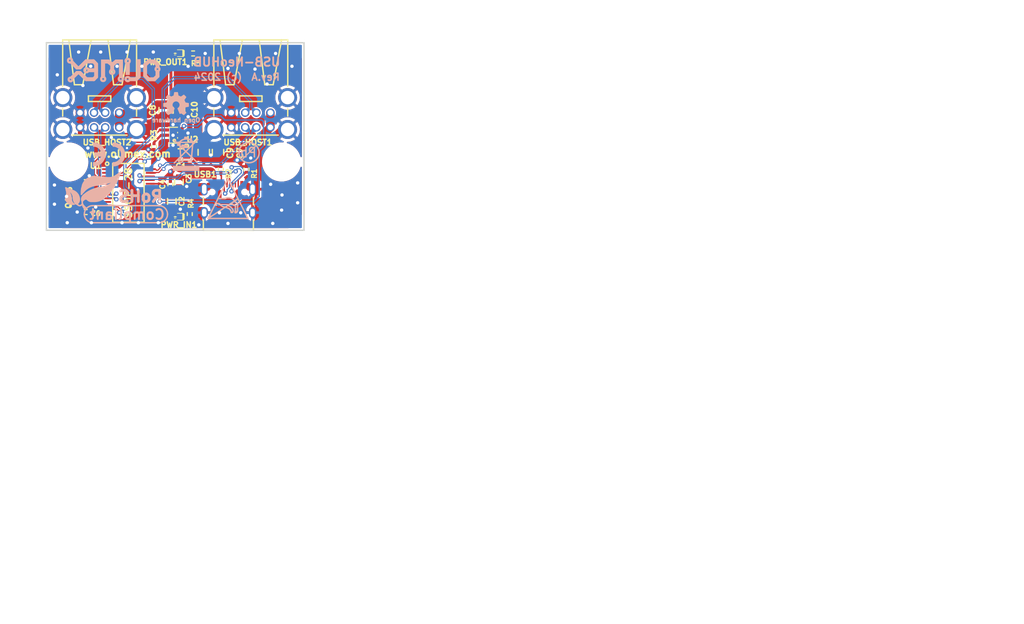
<source format=kicad_pcb>
(kicad_pcb (version 20221018) (generator pcbnew)
  (title_block (title "USB-NeoHUB") (date "2024-01-26") (rev "A") (company "OLIMEX LTD.") (comment 1 "www.olimex.com"))
  (layers (0 "F.Cu" signal) (31 "B.Cu" signal) (34 "B.Paste" user) (35 "F.Paste" user) (36 "B.SilkS" user "B.Silkscreen") (37 "F.SilkS" user "F.Silkscreen") (38 "B.Mask" user) (39 "F.Mask" user) (44 "Edge.Cuts" user))
  (net 0 "")
  (net 1 "+5V_USB")
  (net 2 "GND")
  (net 3 "Net-(U1-VDD33)")
  (net 4 "Net-(U1-XI)")
  (net 5 "Net-(U1-XO)")
  (net 6 "/+5V_USB_HOST")
  (net 11 "Net-(USB1-CC2)")
  (net 12 "Net-(USB1-CC1)")
  (net 13 "Net-(U2-ISET)")
  (net 15 "/USB_D2-")
  (net 16 "/USB_D2+")
  (net 17 "/PWREN#")
  (net 19 "/USB_D3-")
  (net 20 "/USB_D3+")
  (net 22 "/USB_D4-")
  (net 23 "/USB_D4+")
  (net 31 "/OVCUR#")
  (net 33 "/USB_D-")
  (net 34 "/USB_D+")
  (net 35 "/USB_D1-")
  (net 36 "/USB_D1+")
  (net 39 "Net-(PWR_IN1-K)")
  (net 40 "Net-(PWR_OUT1-K)")
  (footprint "OLIMEX_IC-FP:SOT23-6" (layer "F.Cu") (at 120.1119 93.726)
    (fp_text reference "U2")
    (fp_text value "CH217K(SOT23-6L)")
  )
  (footprint "OLIMEX_Other-FP:Mounting_Hole_Drill-3.3mm_Clerance-7mm" (layer "F.Cu") (at 139.5 98.5)
    (fp_text reference "MH2" hide)
    (fp_text value "Mounting_Hole_NPTH" hide)
  )
  (footprint "OLIMEX_RLC-FP:R_0402_5MIL_DWS" (layer "F.Cu") (at 123.698 79.121)
    (fp_text reference "R5")
    (fp_text value "5.1k/1%/R0402")
  )
  (footprint "OLIMEX_RLC-FP:R_0402_5MIL_DWS" (layer "F.Cu") (at 116.713 95.758 90)
    (fp_text reference "R3")
    (fp_text value "30.1k/1%/R0402")
  )
  (footprint "OLIMEX_RLC-FP:C_0402_5MIL_DWS" (layer "F.Cu") (at 119.634 102.489 90)
    (fp_text reference "C4")
    (fp_text value "100nF/10V/10%/X7R/C0402")
  )
  (footprint "OLIMEX_Other-FP:Fiducial1x3_Paste" (layer "F.Cu") (at 141.9 109.1)
    (fp_text reference "FID4" hide)
    (fp_text value "Fiducial" hide)
  )
  (footprint "OLIMEX_Connectors-FP:USB_TWO_LEVEL" (layer "F.Cu") (at 134 89.7 180)
    (fp_text reference "USB_HOST1")
    (fp_text value "USBB1-FRWH-4A(USB-Ax2)")
  )
  (footprint "OLIMEX_RLC-FP:R_0402_5MIL_DWS" (layer "F.Cu") (at 133.223 99.822 -90)
    (fp_text reference "R1")
    (fp_text value "5.1k/1%/R0402")
  )
  (footprint "OLIMEX_RLC-FP:R_0402_5MIL_DWS" (layer "F.Cu") (at 128.651 99.822 -90)
    (fp_text reference "R2")
    (fp_text value "5.1k/1%/R0402")
  )
  (footprint "OLIMEX_IC-FP:SSOP28" (layer "F.Cu") (at 112.141 104.013 -90)
    (fp_text reference "U1")
    (fp_text value "CH334S(SSOP-28)")
  )
  (footprint "OLIMEX_Connectors-FP:USB2.0_TYPE-C(A40-00119-A52-12)_Paste" (layer "F.Cu") (at 130 106.4 -90)
    (fp_text reference "USB1")
    (fp_text value "USB-C-16P-F(A40-00119-A52-12)")
  )
  (footprint "OLIMEX_Connectors-FP:USB_TWO_LEVEL" (layer "F.Cu") (at 107 89.7 180)
    (fp_text reference "USB_HOST2")
    (fp_text value "USBB1-FRWH-4A(USB-Ax2)")
  )
  (footprint "OLIMEX_Other-FP:Fiducial1x3" (layer "F.Cu") (at 99.1 109.1)
    (fp_text reference "FID2" hide)
    (fp_text value "Fiducial" hide)
  )
  (footprint "OLIMEX_LEDs-FP:LED_0603_KA" (layer "F.Cu") (at 120.5 79.1 180)
    (fp_text reference "PWR_OUT1")
    (fp_text value "LED/GREEN/0603")
  )
  (footprint "OLIMEX_RLC-FP:C_0805_5MIL_DWS" (layer "F.Cu") (at 128.143 96.774 90)
    (fp_text reference "C7")
    (fp_text value "NA(47uF/6.3V/20%/X5R/C0805)")
  )
  (footprint "OLIMEX_RLC-FP:R_0402_5MIL_DWS" (layer "F.Cu") (at 123.1 107.8 90)
    (fp_text reference "R4")
    (fp_text value "5.1k/1%/R0402")
  )
  (footprint "OLIMEX_Other-FP:Fiducial1x3" (layer "F.Cu") (at 141.9 78.8)
    (fp_text reference "FID1" hide)
    (fp_text value "Fiducial" hide)
  )
  (footprint "OLIMEX_RLC-FP:C_0805_5MIL_DWS" (layer "F.Cu") (at 118.618 89.281 90)
    (fp_text reference "C8")
    (fp_text value "NA(47uF/6.3V/20%/X5R/C0805)")
  )
  (footprint "OLIMEX_RLC-FP:C_0603_5MIL_DWS" (layer "F.Cu") (at 121.158 102.108 90)
    (fp_text reference "C3")
    (fp_text value "10uF/6.3V/20%/X5R/C0603")
  )
  (footprint "OLIMEX_Other-FP:Mounting_Hole_Drill-3.3mm_Clerance-7mm" (layer "F.Cu") (at 101.5 98.5)
    (fp_text reference "MH1" hide)
    (fp_text value "Mounting_Hole_NPTH" hide)
  )
  (footprint "OLIMEX_RLC-FP:C_0402_5MIL_DWS" (layer "F.Cu") (at 104.521 102.108)
    (fp_text reference "C5")
    (fp_text value "NA(27pF/50V/5%/C0G/C0402)")
  )
  (footprint "OLIMEX_Crystal-FP:TSX-3.2x2.5mm_GND(3)" (layer "F.Cu") (at 103.886 104.775 -90)
    (fp_text reference "Q1")
    (fp_text value "Q12MHz/20pF/10ppm/4P/3.2x2.5mm")
  )
  (footprint "OLIMEX_RLC-FP:C_0805_5MIL_DWS" (layer "F.Cu") (at 121.539 97.155)
    (fp_text reference "C1")
    (fp_text value "47uF/6.3V/20%/X5R/C0805")
  )
  (footprint "OLIMEX_RLC-FP:C_0805_5MIL_DWS" (layer "F.Cu") (at 125.603 96.774 90)
    (fp_text reference "C9")
    (fp_text value "47uF/6.3V/20%/X5R/C0805")
  )
  (footprint "OLIMEX_RLC-FP:C_0402_5MIL_DWS" (layer "F.Cu") (at 104.521 107.442 180)
    (fp_text reference "C6")
    (fp_text value "NA(27pF/50V/5%/C0G/C0402)")
  )
  (footprint "OLIMEX_RLC-FP:C_0805_5MIL_DWS" (layer "F.Cu") (at 121.158 89.281 90)
    (fp_text reference "C10")
    (fp_text value "47uF/6.3V/20%/X5R/C0805")
  )
  (footprint "OLIMEX_RLC-FP:C_0603_5MIL_DWS" (layer "F.Cu") (at 119.888 105.537 -90)
    (fp_text reference "C2")
    (fp_text value "1uF/10V/20%/X5R/C0603")
  )
  (footprint "OLIMEX_LEDs-FP:LED_0603_KA" (layer "F.Cu") (at 120.5 108.3 180)
    (fp_text reference "PWR_IN1")
    (fp_text value "LED/GREEN/0603")
  )
  (footprint "OLIMEX_Other-FP:Fiducial1x3_Paste" (layer "F.Cu") (at 99.1 78.8)
    (fp_text reference "FID3" hide)
    (fp_text value "Fiducial" hide)
  )
  (footprint "OLIMEX_Signs-FP:Sign_RoHS_1" (layer "B.Cu") (at 118.11 108.712 180)
    (fp_text reference "Sign_RoHS_1" hide)
    (fp_text value "Sign_RoHS_1" hide)
  )
  (footprint "OLIMEX_Signs-FP:Sign_RecycleBin_1" (layer "B.Cu") (at 124.7775 100.078 180)
    (fp_text reference "Sign_RecycleBin_1" hide)
    (fp_text value "Sign_RecycleBin_1" hide)
  )
  (footprint "OLIMEX_Signs-FP:Sign_OSHW_7.3x6.0mmn" (layer "B.Cu") (at 120.65 88.773 180)
    (fp_text reference "Sign_OSHW_7.3x6.0mm" hide)
    (fp_text value "Sign_OSHW_7.3x6.0mm" hide)
  )
  (footprint "OLIMEX_Signs-FP:Logo_OLIMEX_TB" (layer "B.Cu") (at 109.347 82.042 180)
    (fp_text reference "Logo_OLIMEX_TB" hide)
    (fp_text value "Logo_OLIMEX_TB" hide)
  )
  (footprint "OLIMEX_Signs-FP:CE_Sign" (layer "B.Cu") (at 107.696 97.155 180)
    (fp_text reference "Sign_CE" hide)
    (fp_text value "CE_Sign" hide)
  )
  (footprint "OLIMEX_Signs-FP:Sign_Antistatic" (layer "B.Cu") (at 133.477 108.585 180)
    (fp_text reference "Sign_Antistatic" hide)
    (fp_text value "Sign_Antistatic" hide)
  )
  (footprint "OLIMEX_Signs-FP:Sign_PB-Free" (layer "B.Cu") (at 133.477 97.155 180)
    (fp_text reference "Sign_PB-Free" hide)
    (fp_text value "Sign_PB-Free")
  )
  (gr_line (start 143.5 77.2) (end 97.5 77.2) (stroke (width 0.254)) (layer "Edge.Cuts"))
  (gr_line (start 97.5 77.2) (end 97.5 110.7) (stroke (width 0.254)) (layer "Edge.Cuts"))
  (gr_line (start 143.5 77.2) (end 143.5 110.7) (stroke (width 0.254)) (layer "Edge.Cuts"))
  (gr_line (start 143.5 110.7) (end 97.5 110.7) (stroke (width 0.254)) (layer "Edge.Cuts"))
  (gr_text "(c) 2024" (at 132.588 84.074) (layer "B.SilkS") (effects (font (size 1.27 1.27) (thickness 0.254) bold) (justify left bottom mirror)))
  (gr_text "Rev.A" (at 139.319 84.074) (layer "B.SilkS") (effects (font (size 1.27 1.27) (thickness 0.254) bold) (justify left bottom mirror)))
  (gr_text "USB-NeoHUB" (at 139.446 81.534) (layer "B.SilkS") (effects (font (size 1.524 1.524) (thickness 0.3175) bold) (justify left bottom mirror)))
  (gr_text "www.olimex.com" (at 104.14 97.79) (layer "F.SilkS") (effects (font (size 1.27 1.27) (thickness 0.3048) bold) (justify left bottom)))
  (segment (start 117.094 103.038) (end 117.4594 103.4034) (width 0.3048) (layer "F.Cu") (net 1))
  (segment (start 118.872 104.7496) (end 118.872 107.696) (width 0.254) (layer "F.Cu") (net 1))
  (segment (start 117.4594 103.4034) (end 117.729 103.4034) (width 0.3048) (layer "F.Cu") (net 1))
  (segment (start 127.725 102.468) (end 127.725 103.214) (width 0.3048) (layer "F.Cu") (net 1))
  (segment (start 127.475 102.468) (end 127.475 101.5746) (width 0.3048) (layer "F.Cu") (net 1))
  (segment (start 118.9736 104.648) (end 119.888 104.648) (width 1.016) (layer "F.Cu") (net 1))
  (segment (start 127.725 100.674) (end 127.508 100.457) (width 0.3048) (layer "F.Cu") (net 1))
  (segment (start 127.725 103.214) (end 128.143 103.632) (width 0.3302) (layer "F.Cu") (net 1))
  (segment (start 127.4064 101.5746) (end 126.746 100.9142) (width 0.3048) (layer "F.Cu") (net 1))
  (segment (start 131.699 103.886) (end 131.699 104.902) (width 1.016) (layer "F.Cu") (net 1))
  (segment (start 122.555 99.314) (end 123.698 100.457) (width 2.032) (layer "F.Cu") (net 1))
  (segment (start 123.19 104.648) (end 124.079 105.537) (width 1.016) (layer "F.Cu") (net 1))
  (segment (start 132.275 102.468) (end 132.275 103.2084) (width 0.3048) (layer "F.Cu") (net 1))
  (segment (start 118.2624 96.1644) (end 118.2624 96.0374) (width 1.524) (layer "F.Cu") (net 1))
  (segment (start 118.9736 104.648) (end 118.872 104.7496) (width 0.254) (layer "F.Cu") (net 1))
  (segment (start 118.8466 96.0374) (end 118.2624 96.0374) (width 0.508) (layer "F.Cu") (net 1))
  (segment (start 127.475 103.200079) (end 128.160921 103.886) (width 0.254) (layer "F.Cu") (net 1))
  (segment (start 118.7958 96.7232) (end 118.7958 96.6978) (width 1.524) (layer "F.Cu") (net 1))
  (segment (start 131.064 105.537) (end 128.27 105.537) (width 1.016) (layer "F.Cu") (net 1))
  (segment (start 118.7958 96.7232) (end 121.3866 99.314) (width 2.032) (layer "F.Cu") (net 1))
  (segment (start 128.160921 103.886) (end 128.27 103.886) (width 0.254) (layer "F.Cu") (net 1))
  (segment (start 121.3866 99.314) (end 122.555 99.314) (width 2.032) (layer "F.Cu") (net 1))
  (segment (start 132.275 103.2084) (end 131.699 103.7844) (width 0.3302) (layer "F.Cu") (net 1))
  (segment (start 117.094 103.038) (end 116.041 103.038) (width 0.3048) (layer "F.Cu") (net 1))
  (segment (start 131.839079 103.886) (end 131.699 103.886) (width 0.254) (layer "F.Cu") (net 1))
  (segment (start 117.094 103.038) (end 117.8462 103.038) (width 0.3048) (layer "F.Cu") (net 1))
  (segment (start 118.9736 104.648) (end 117.729 103.4034) (width 1.016) (layer "F.Cu") (net 1))
  (segment (start 127.508 100.457) (end 126.746 100.457) (width 0.3048) (layer "F.Cu") (net 1))
  (segment (start 118.2624 96.0374) (end 118.2624 95.1738) (width 1.524) (layer "F.Cu") (net 1))
  (segment (start 118.9736 104.1654) (end 118.9736 104.648) (width 0.3048) (layer "F.Cu") (net 1))
  (segment (start 126.746 100.9142) (end 126.746 100.457) (width 0.3048) (layer "F.Cu") (net 1))
  (segment (start 118.999 95.885) (end 118.8466 96.0374) (width 0.508) (layer "F.Cu") (net 1))
  (segment (start 127.475 101.5746) (end 127.4064 101.5746) (width 0.3048) (layer "F.Cu") (net 1))
  (segment (start 127.725 102.468) (end 127.725 100.674) (width 0.3048) (layer "F.Cu") (net 1))
  (segment (start 117.729 103.4034) (end 117.729 103.378) (width 0.3048) (layer "F.Cu") (net 1))
  (segment (start 119.476 108.3) (end 118.872 107.696) (width 0.4064) (layer "F.Cu") (net 1))
  (segment (start 128.27 105.537) (end 128.27 103.886) (width 1.016) (layer "F.Cu") (net 1))
  (segment (start 118.999 94.8632) (end 118.999 95.885) (width 0.508) (layer "F.Cu") (net 1))
  (segment (start 118.7958 96.6978) (end 118.2624 96.1644) (width 1.524) (layer "F.Cu") (net 1))
  (segment (start 119.888 104.648) (end 123.19 104.648) (width 1.016) (layer "F.Cu") (net 1))
  (segment (start 118.8118 94.676) (end 118.999 94.8632) (width 0.508) (layer "F.Cu") (net 1))
  (segment (start 131.699 104.902) (end 131.064 105.537) (width 1.016) (layer "F.Cu") (net 1))
  (segment (start 132.525 102.468) (end 132.525 103.200079) (width 0.254) (layer "F.Cu") (net 1))
  (segment (start 131.699 103.7844) (end 131.699 103.886) (width 0.3048) (layer "F.Cu") (net 1))
  (segment (start 132.525 103.200079) (end 131.839079 103.886) (width 0.254) (layer "F.Cu") (net 1))
  (segment (start 124.079 105.537) (end 128.27 105.537) (width 1.016) (layer "F.Cu") (net 1))
  (segment (start 123.698 100.457) (end 126.746 100.457) (width 2.032) (layer "F.Cu") (net 1))
  (segment (start 127.475 101.5746) (end 127.475 101.186) (width 0.3048) (layer "F.Cu") (net 1))
  (segment (start 119.738 108.3) (end 119.476 108.3) (width 0.4064) (layer "F.Cu") (net 1))
  (segment (start 127.475 101.186) (end 126.746 100.457) (width 0.508) (layer "F.Cu") (net 1))
  (segment (start 117.8462 103.038) (end 118.9736 104.1654) (width 0.3048) (layer "F.Cu") (net 1))
  (segment (start 127.475 102.468) (end 127.475 103.200079) (width 0.254) (layer "F.Cu") (net 1))
  (segment (start 133.075 102.468) (end 133.977 103.37) (width 0.3048) (layer "F.Cu") (net 2))
  (segment (start 121.412 106.934) (end 122.742 106.934) (width 0.508) (layer "F.Cu") (net 2))
  (segment (start 119.634 101.981) (end 119.634 101.219) (width 0.508) (layer "F.Cu") (net 2))
  (segment (start 117.475 108.585) (end 117.475 109.347) (width 0.3048) (layer "F.Cu") (net 2))
  (segment (start 126.925 102.468) (end 126.023 103.37) (width 0.3048) (layer "F.Cu") (net 2))
  (segment (start 134.874 102.816) (end 134.874 97.79) (width 1.524) (layer "F.Cu") (net 2))
  (segment (start 116.713 97.155) (end 117.475 97.917) (width 0.3048) (layer "F.Cu") (net 2))
  (segment (start 104.902 96.012) (end 104.902 95.758) (width 0.762) (layer "F.Cu") (net 2))
  (segment (start 109.982 102.616) (end 110.109 102.489) (width 0.254) (layer "F.Cu") (net 2))
  (segment (start 133.583 102.468) (end 134.32 103.205) (width 0.508) (layer "F.Cu") (net 2))
  (segment (start 105.156 100.965) (end 105.41 100.711) (width 0.254) (layer "F.Cu") (net 2))
  (segment (start 120.396 106.934) (end 119.888 106.426) (width 0.508) (layer "F.Cu") (net 2))
  (segment (start 121.412 106.934) (end 120.396 106.934) (width 0.508) (layer "F.Cu") (net 2))
  (segment (start 121.158 90.297) (end 121.285 90.424) (width 1.016) (layer "F.Cu") (net 2))
  (segment (start 105.41 100.711) (end 105.41 98.044) (width 0.254) (layer "F.Cu") (net 2))
  (segment (start 122.555 97.155) (end 122.555 96.647) (width 0.762) (layer "F.Cu") (net 2))
  (segment (start 116.041 108.238) (end 117.128 108.238) (width 0.3048) (layer "F.Cu") (net 2))
  (segment (start 118.618 90.297) (end 120.142 90.297) (width 1.524) (layer "F.Cu") (net 2))
  (segment (start 104.686 103.675) (end 105.029 103.332) (width 0.508) (layer "F.Cu") (net 2))
  (segment (start 105.029 102.997) (end 105.029 102.108) (width 0.508) (layer "F.Cu") (net 2))
  (segment (start 134.32 103.37) (end 134.874 102.816) (width 1.016) (layer "F.Cu") (net 2))
  (segment (start 126.675 102.468) (end 126.386 102.468) (width 0.508) (layer "F.Cu") (net 2))
  (segment (start 124.9534 103.251) (end 122.936 103.251) (width 1.016) (layer "F.Cu") (net 2))
  (segment (start 113.792 103.378) (end 113.792 107.315) (width 0.508) (layer "F.Cu") (net 2))
  (segment (start 130.5 92.32) (end 130.5 89.7) (width 1.524) (layer "F.Cu") (net 2))
  (segment (start 113.792 108.204) (end 113.792 107.315) (width 0.3048) (layer "F.Cu") (net 2))
  (segment (start 128.143 97.79) (end 133.223 97.79) (width 1.524) (layer "F.Cu") (net 2))
  (segment (start 111.379 102.489) (end 112.268 101.6) (width 0.254) (layer "F.Cu") (net 2))
  (segment (start 126.386 102.468) (end 125.68 103.174) (width 0.508) (layer "F.Cu") (net 2))
  (segment (start 134.32 103.205) (end 134.32 103.37) (width 0.3048) (layer "F.Cu") (net 2))
  (segment (start 140.57 92.7) (end 139.71 92.7) (width 1.524) (layer "F.Cu") (net 2))
  (segment (start 116.713 96.266) (end 116.713 97.155) (width 0.3048) (layer "F.Cu") (net 2))
  (segment (start 123.952 107.292) (end 123.952 106.553) (width 0.254) (layer "F.Cu") (net 2))
  (segment (start 125.603 97.79) (end 126.873 97.79) (width 1.524) (layer "F.Cu") (net 2))
  (segment (start 124.206 79.121) (end 125.857 79.121) (width 0.508) (layer "F.Cu") (net 2))
  (segment (start 128.651 99.314) (end 128.651 98.298) (width 0.508) (layer "F.Cu") (net 2))
  (segment (start 103.5 94.356) (end 103.5 92.32) (width 0.762) (layer "F.Cu") (net 2))
  (segment (start 121.666 95.758) (end 120.368502 95.758) (width 0.762) (layer "F.Cu") (net 2))
  (segment (start 110.109 102.489) (end 111.379 102.489) (width 0.254) (layer "F.Cu") (net 2))
  (segment (start 126.873 97.79) (end 128.143 97.79) (width 1.524) (layer "F.Cu") (net 2))
  (segment (start 133.325 102.468) (end 133.583 102.468) (width 0.508) (layer "F.Cu") (net 2))
  (segment (start 104.013 107.442) (end 102.997 107.442) (width 0.508) (layer "F.Cu") (net 2))
  (segment (start 119.634 101.219) (end 119.634 100.203) (width 0.508) (layer "F.Cu") (net 2))
  (segment (start 112.776 102.87) (end 113.284 103.378) (width 0.254) (layer "F.Cu") (net 2))
  (segment (start 120.142 90.297) (end 121.158 90.297) (width 1.524) (layer "F.Cu") (net 2))
  (segment (start 112.776 101.6) (end 112.776 102.87) (width 0.254) (layer "F.Cu") (net 2))
  (segment (start 103.086 105.875) (end 102.997 105.964) (width 0.508) (layer "F.Cu") (net 2))
  (segment (start 104.902 95.758) (end 103.5 94.356) (width 0.762) (layer "F.Cu") (net 2))
  (segment (start 121.412 93.726) (end 120.114502 93.726) (width 0.508) (layer "F.Cu") (net 2))
  (segment (start 117.128 108.238) (end 117.475 108.585) (width 0.3048) (layer "F.Cu") (net 2))
  (segment (start 115.443 96.012) (end 115.697 96.266) (width 0.4064) (layer "F.Cu") (net 2))
  (segment (start 120.114502 93.726) (end 120.114502 95.504) (width 0.762) (layer "F.Cu") (net 2))
  (segment (start 105.029 102.108) (end 105.156 101.981) (width 0.508) (layer "F.Cu") (net 2))
  (segment (start 125.0724 107.55) (end 124.8144 107.292) (width 0.508) (layer "F.Cu") (net 2))
  (segment (start 102.997 109.347) (end 117.475 109.347) (width 1.016) (layer "F.Cu") (net 2))
  (segment (start 123.952 107.292) (end 123.1 107.292) (width 0.508) (layer "F.Cu") (net 2))
  (segment (start 112.4514 93.8186) (end 110.871 93.8186) (width 1.016) (layer "F.Cu") (net 2))
  (segment (start 118.237 90.297) (end 118.618 90.297) (width 1.524) (layer "F.Cu") (net 2))
  (segment (start 126.023 103.37) (end 125.68 103.37) (width 0.3048) (layer "F.Cu") (net 2))
  (segment (start 126.873 97.79) (end 126.873 97.282) (width 0.762) (layer "F.Cu") (net 2))
  (segment (start 122.7789 93.345) (end 123.063 93.0609) (width 0.508) (layer "F.Cu") (net 2))
  (segment (start 122.555 102.87) (end 122.555 102.2096) (width 0.762) (layer "F.Cu") (net 2))
  (segment (start 113.57 92.7) (end 115.834 92.7) (width 2.032) (layer "F.Cu") (net 2))
  (segment (start 113.57 92.7) (end 112.4514 93.8186) (width 1.016) (layer "F.Cu") (net 2))
  (segment (start 102.997 105.964) (end 102.997 107.442) (width 0.508) (layer "F.Cu") (net 2))
  (segment (start 115.834 92.7) (end 118.237 90.297) (width 1.524) (layer "F.Cu") (net 2))
  (segment (start 133.977 103.37) (end 134.32 103.37) (width 0.3048) (layer "F.Cu") (net 2))
  (segment (start 121.5644 101.219) (end 121.158 101.219) (width 0.762) (layer "F.Cu") (net 2))
  (segment (start 123.063 93.0609) (end 123.063 90.678) (width 0.508) (layer "F.Cu") (net 2))
  (segment (start 105.029 103.332) (end 105.029 102.997) (width 0.508) (layer "F.Cu") (net 2))
  (segment (start 133.223 99.314) (end 133.223 97.79) (width 0.508) (layer "F.Cu") (net 2))
  (segment (start 122.3979 93.726) (end 122.7789 93.345) (width 0.508) (layer "F.Cu") (net 2))
  (segment (start 123.952 107.292) (end 123.952 108.839) (width 0.254) (layer "F.Cu") (net 2))
  (segment (start 116.041 108.238) (end 113.826 108.238) (width 0.3048) (layer "F.Cu") (net 2))
  (segment (start 113.284 103.378) (end 113.792 103.378) (width 0.254) (layer "F.Cu") (net 2))
  (segment (start 113.826 108.238) (end 113.792 108.204) (width 0.3048) (layer "F.Cu") (net 2))
  (segment (start 121.285 90.424) (end 122.809 90.424) (width 1.016) (layer "F.Cu") (net 2))
  (segment (start 123.063 90.678) (end 122.809 90.424) (width 0.508) (layer "F.Cu") (net 2))
  (segment (start 102.997 107.442) (end 102.997 109.347) (width 1.016) (layer "F.Cu") (net 2))
  (segment (start 122.936 103.251) (end 122.555 102.87) (width 0.762) (layer "F.Cu") (net 2))
  (segment (start 122.555 102.2096) (end 121.5644 101.219) (width 0.762) (layer "F.Cu") (net 2))
  (segment (start 122.742 106.934) (end 123.1 107.292) (width 0.508) (layer "F.Cu") (net 2))
  (segment (start 134.874 97.79) (end 133.223 97.79) (width 1.524) (layer "F.Cu") (net 2))
  (segment (start 103.5 89.7) (end 103.5 88.27) (width 1.524) (layer "F.Cu") (net 2))
  (segment (start 103.5 92.32) (end 103.5 89.7) (width 1.524) (layer "F.Cu") (net 2))
  (segment (start 130.5 89.7) (end 130.5 88.194) (width 1.524) (layer "F.Cu") (net 2))
  (segment (start 139.71 92.7) (end 138.43 93.98) (width 1.524) (layer "F.Cu") (net 2))
  (segment (start 119.634 101.219) (end 121.158 101.219) (width 0.508) (layer "F.Cu") (net 2))
  (segment (start 120.368502 95.758) (end 120.114502 95.504) (width 0.762) (layer "F.Cu") (net 2))
  (segment (start 122.555 96.647) (end 121.666 95.758) (width 0.762) (layer "F.Cu") (net 2))
  (segment (start 111.887 96.012) (end 115.443 96.012) (width 0.4064) (layer "F.Cu") (net 2))
  (segment (start 121.412 93.726) (end 122.3979 93.726) (width 0.508) (layer "F.Cu") (net 2))
  (segment (start 128.651 98.298) (end 128.143 97.79) (width 0.508) (layer "F.Cu") (net 2))
  (segment (start 125.68 103.174) (end 125.68 103.37) (width 0.3048) (layer "F.Cu") (net 2))
  (segment (start 115.697 96.266) (end 116.713 96.266) (width 0.4064) (layer "F.Cu") (net 2))
  (segment (start 124.8144 107.292) (end 123.952 107.292) (width 0.508) (layer "F.Cu") (net 2))
  (segment (start 120.114502 93.726) (end 120.114502 91.821) (width 0.762) (layer "F.Cu") (net 2))
  (segment (start 123.698 97.155) (end 124.333 97.79) (width 1.016) (layer "F.Cu") (net 2))
  (segment (start 120.114502 90.324498) (end 120.142 90.297) (width 1.016) (layer "F.Cu") (net 2))
  (segment (start 122.555 97.155) (end 123.698 97.155) (width 1.016) (layer "F.Cu") (net 2))
  (segment (start 120.114502 91.821) (end 120.114502 90.324498) (width 1.016) (layer "F.Cu") (net 2))
  (segment (start 112.268 101.6) (end 112.776 101.6) (width 0.254) (layer "F.Cu") (net 2))
  (segment (start 105.156 101.981) (end 105.156 100.965) (width 0.508) (layer "F.Cu") (net 2))
  (segment (start 124.333 97.79) (end 125.603 97.79) (width 1.016) (layer "F.Cu") (net 2))
  (via (at 106.299 106.553) (size 1) (drill 0.6) (layers "F.Cu" "B.Cu") (net 2))
  (via (at 110.998 109.347) (size 1) (drill 0.6) (layers "F.Cu" "B.Cu") (net 2))
  (via (at 111.887 96.012) (size 0.8) (drill 0.4) (layers "F.Cu" "B.Cu") (net 2))
  (via (at 98.933 102.616) (size 1) (drill 0.6) (layers "F.Cu" "B.Cu") (net 2))
  (via (at 107.188 78.867) (size 1) (drill 0.6) (layers "F.Cu" "B.Cu") (net 2))
  (via (at 141.351 81.407) (size 1) (drill 0.6) (layers "F.Cu" "B.Cu") (net 2))
  (via (at 120.114502 91.821) (size 1) (drill 0.6) (layers "F.Cu" "B.Cu") (net 2))
  (via (at 122.809 81.407) (size 1) (drill 0.6) (layers "F.Cu" "B.Cu") (net 2))
  (via (at 103.251 78.867) (size 1) (drill 0.6) (layers "F.Cu" "B.Cu") (net 2))
  (via (at 138.43 79.121) (size 1) (drill 0.6) (layers "F.Cu" "B.Cu") (net 2))
  (via (at 110.109 81.407) (size 1) (drill 0.6) (layers "F.Cu" "B.Cu") (net 2))
  (via (at 104.013 84.836) (size 1) (drill 0.6) (layers "F.Cu" "B.Cu") (net 2))
  (via (at 120.114502 95.504) (size 1) (drill 0.6) (layers "F.Cu" "B.Cu") (net 2))
  (via (at 105.41 81.407) (size 1) (drill 0.6) (layers "F.Cu" "B.Cu") (net 2))
  (via (at 101.092 104.648) (size 1) (drill 0.6) (layers "F.Cu" "B.Cu") (net 2))
  (via (at 128.397 107.569) (size 1) (drill 0.6) (layers "F.Cu" "B.Cu") (net 2))
  (via (at 113.919 109.347) (size 1) (drill 0.6) (layers "F.Cu" "B.Cu") (net 2))
  (via (at 105.156 100.965) (size 1) (drill 0.6) (layers "F.Cu" "B.Cu") (net 2))
  (via (at 137.922 109.474) (size 1) (drill 0.6) (layers "F.Cu" "B.Cu") (net 2))
  (via (at 112.776 101.6) (size 0.8) (drill 0.4) (layers "F.Cu" "B.Cu") (net 2))
  (via (at 114.554 81.407) (size 1) (drill 0.6) (layers "F.Cu" "B.Cu") (net 2))
  (via (at 119.634 100.203) (size 0.8) (drill 0.4) (layers "F.Cu" "B.Cu") (net 2))
  (via (at 134.747 81.915) (size 1) (drill 0.6) (layers "F.Cu" "B.Cu") (net 2))
  (via (at 111.887 78.867) (size 1) (drill 0.6) (layers "F.Cu" "B.Cu") (net 2))
  (via (at 111.506 105.029) (size 0.8) (drill 0.4) (layers "F.Cu" "B.Cu") (net 2))
  (via (at 117.475 97.917) (size 0.8) (drill 0.4) (layers "F.Cu" "B.Cu") (net 2))
  (via (at 122.809 90.424) (size 1) (drill 0.6) (layers "F.Cu" "B.Cu") (net 2))
  (via (at 104.902 96.012) (size 1) (drill 0.6) (layers "F.Cu" "B.Cu") (net 2))
  (via (at 139.573 104.394) (size 1) (drill 0.6) (layers "F.Cu" "B.Cu") (net 2))
  (via (at 125.857 79.121) (size 1) (drill 0.6) (layers "F.Cu" "B.Cu") (net 2))
  (via (at 133.985 97.79) (size 1) (drill 0.6) (layers "F.Cu" "B.Cu") (net 2))
  (via (at 121.412 106.934) (size 1) (drill 0.6) (layers "F.Cu" "B.Cu") (net 2))
  (via (at 122.555 102.87) (size 1) (drill 0.6) (layers "F.Cu" "B.Cu") (net 2))
  (via (at 120.114502 93.726) (size 1) (drill 0.6) (layers "F.Cu" "B.Cu") (net 2))
  (via (at 113.792 103.378) (size 0.8) (drill 0.4) (layers "F.Cu" "B.Cu") (net 2))
  (via (at 109.093 94.107) (size 1) (drill 0.6) (layers "F.Cu" "B.Cu") (net 2))
  (via (at 124.714 109.728) (size 1) (drill 0.6) (layers "F.Cu" "B.Cu") (net 2))
  (via (at 131.572 98.171) (size 1) (drill 0.6) (layers "F.Cu" "B.Cu") (net 2))
  (via (at 129.921 81.788) (size 1) (drill 0.6) (layers "F.Cu" "B.Cu") (net 2))
  (via (at 132.207 107.569) (size 1) (drill 0.6) (layers "F.Cu" "B.Cu") (net 2))
  (via (at 137.541 102.489) (size 1) (drill 0.6) (layers "F.Cu" "B.Cu") (net 2))
  (via (at 131.953 79.121) (size 1) (drill 0.6) (layers "F.Cu" "B.Cu") (net 2))
  (via (at 142.367 102.235) (size 1) (drill 0.6) (layers "F.Cu" "B.Cu") (net 2))
  (via (at 109.982 102.616) (size 0.8) (drill 0.4) (layers "F.Cu" "B.Cu") (net 2))
  (via (at 105.537 109.347) (size 1) (drill 0.6) (layers "F.Cu" "B.Cu") (net 2))
  (via (at 126.873 97.282) (size 1) (drill 0.6) (layers "F.Cu" "B.Cu") (net 2))
  (via (at 117.475 109.347) (size 1) (drill 0.6) (layers "F.Cu" "B.Cu") (net 2))
  (via (at 102.997 107.442) (size 1) (drill 0.6) (layers "F.Cu" "B.Cu") (net 2))
  (via (at 116.586 78.867) (size 1) (drill 0.6) (layers "F.Cu" "B.Cu") (net 2))
  (via (at 115.697 96.266) (size 0.8) (drill 0.4) (layers "F.Cu" "B.Cu") (net 2))
  (via (at 142.367 105.791) (size 1) (drill 0.6) (layers "F.Cu" "B.Cu") (net 2))
  (via (at 99.441 82.931) (size 1) (drill 0.6) (layers "F.Cu" "B.Cu") (net 2))
  (via (at 136.906 84.582) (size 1) (drill 0.6) (layers "F.Cu" "B.Cu") (net 2))
  (via (at 139.5 107.1) (size 1) (drill 0.6) (layers "F.Cu" "B.Cu") (net 2))
  (via (at 122.7789 93.345) (size 1) (drill 0.6) (layers "F.Cu" "B.Cu") (net 2))
  (via (at 101.219 109.347) (size 1) (drill 0.6) (layers "F.Cu" "B.Cu") (net 2))
  (via (at 109.982 97.663) (size 1) (drill 0.6) (layers "F.Cu" "B.Cu") (net 2))
  (via (at 129.921 109.474) (size 1) (drill 0.6) (layers "F.Cu" "B.Cu") (net 2))
  (via (at 98.933 106.045) (size 1) (drill 0.6) (layers "F.Cu" "B.Cu") (net 2))
  (segment (start 125.68 103.37) (end 126.18 102.87) (width 0.508) (layer "B.Cu") (net 2))
  (segment (start 125.68 103.37) (end 124.214 103.37) (width 1.016) (layer "B.Cu") (net 2))
  (segment (start 127.43 87) (end 122.169 87) (width 2.032) (layer "B.Cu") (net 2))
  (segment (start 126.18 102.87) (end 127.381 102.87) (width 0.508) (layer "B.Cu") (net 2))
  (segment (start 120.114502 93.726) (end 120.114502 91.821) (width 1.016) (layer "B.Cu") (net 2))
  (segment (start 123.737 96.393) (end 127.43 92.7) (width 2.032) (layer "B.Cu") (net 2))
  (segment (start 105.156 100.965) (end 105.537 100.584) (width 1.016) (layer "B.Cu") (net 2))
  (segment (start 105.537 100.584) (end 105.537 97.028) (width 1.016) (layer "B.Cu") (net 2))
  (segment (start 105.537 97.028) (end 105.029 96.52) (width 1.016) (layer "B.Cu") (net 2))
  (segment (start 134.32 103.37) (end 134.32 104.313) (width 0.508) (layer "B.Cu") (net 2))
  (segment (start 134.32 104.313) (end 133.731 104.902) (width 0.508) (layer "B.Cu") (net 2))
  (segment (start 126.873 97.282) (end 126.873 96.139) (width 1.016) (layer "B.Cu") (net 2))
  (segment (start 120.114502 95.349502) (end 121.158 96.393) (width 1.016) (layer "B.Cu") (net 2))
  (segment (start 113.792 103.378) (end 115.697 103.378) (width 0.508) (layer "B.Cu") (net 2))
  (segment (start 120.114502 93.726) (end 120.114502 95.349502) (width 1.016) (layer "B.Cu") (net 2))
  (segment (start 120.114502 89.054498) (end 120.114502 91.821) (width 1.016) (layer "B.Cu") (net 2))
  (segment (start 122.169 87) (end 120.114502 89.054498) (width 1.016) (layer "B.Cu") (net 2))
  (segment (start 121.158 96.393) (end 123.737 96.393) (width 1.524) (layer "B.Cu") (net 2))
  (segment (start 119.634 102.997) (end 119.126 102.997) (width 0.508) (layer "F.Cu") (net 3))
  (segment (start 119.126 102.997) (end 118.517 102.388) (width 0.508) (layer "F.Cu") (net 3))
  (segment (start 118.517 102.388) (end 117.576 102.388) (width 0.508) (layer "F.Cu") (net 3))
  (segment (start 117.576 102.388) (end 116.041 102.388) (width 0.3048) (layer "F.Cu") (net 3))
  (segment (start 121.158 102.997) (end 119.634 102.997) (width 0.508) (layer "F.Cu") (net 3))
  (segment (start 103.086 103.975) (end 103.632 104.521) (width 0.4064) (layer "F.Cu") (net 4))
  (segment (start 103.086 103.416) (end 103.4796 103.0224) (width 0.4064) (layer "F.Cu") (net 4))
  (segment (start 103.4796 102.6414) (end 104.013 102.108) (width 0.4064) (layer "F.Cu") (net 4))
  (segment (start 103.8256 104.775) (end 105.41 104.775) (width 0.254) (layer "F.Cu") (net 4))
  (segment (start 103.086 103.675) (end 103.086 103.416) (width 0.4064) (layer "F.Cu") (net 4))
  (segment (start 103.632 104.521) (end 103.632 104.5814) (width 0.254) (layer "F.Cu") (net 4))
  (segment (start 103.4796 103.0224) (end 103.4796 102.6414) (width 0.4064) (layer "F.Cu") (net 4))
  (segment (start 103.086 103.675) (end 103.086 103.975) (width 0.4064) (layer "F.Cu") (net 4))
  (segment (start 107.147 103.038) (end 108.241 103.038) (width 0.3048) (layer "F.Cu") (net 4))
  (segment (start 103.632 104.5814) (end 103.8256 104.775) (width 0.254) (layer "F.Cu") (net 4))
  (segment (start 105.41 104.775) (end 107.147 103.038) (width 0.254) (layer "F.Cu") (net 4))
  (segment (start 104.686 105.875) (end 105.151 105.41) (width 0.508) (layer "F.Cu") (net 5))
  (segment (start 108.241 103.688) (end 107.259 103.688) (width 0.3048) (layer "F.Cu") (net 5))
  (segment (start 104.686 105.875) (end 105.029 106.218) (width 0.4064) (layer "F.Cu") (net 5))
  (segment (start 105.029 106.218) (end 105.029 107.442) (width 0.4064) (layer "F.Cu") (net 5))
  (segment (start 107.259 103.688) (end 105.537 105.41) (width 0.254) (layer "F.Cu") (net 5))
  (segment (start 105.151 105.41) (end 105.537 105.41) (width 0.508) (layer "F.Cu") (net 5))
  (segment (start 119.761 88.265) (end 121.158 88.265) (width 1.524) (layer "F.Cu") (net 6))
  (segment (start 117.3226 88.265) (end 118.618 88.265) (width 1.524) (layer "F.Cu") (net 6))
  (segment (start 110.5 89.7) (end 110.5 92.32) (width 1.524) (layer "F.Cu") (net 6))
  (segment (start 134.062 95.758) (end 137.5 92.32) (width 1.524) (layer "F.Cu") (net 6))
  (segment (start 124.46 95.377) (end 124.587 95.25) (width 1.524) (layer "F.Cu") (net 6))
  (segment (start 122.936 88.265) (end 121.158 88.265) (width 1.524) (layer "F.Cu") (net 6))
  (segment (start 124.587 95.25) (end 124.587 89.916) (width 1.524) (layer "F.Cu") (net 6))
  (segment (start 124.841 95.758) (end 124.46 95.377) (width 1.524) (layer "F.Cu") (net 6))
  (segment (start 110.716 89.916) (end 115.6716 89.916) (width 1.524) (layer "F.Cu") (net 6))
  (segment (start 110.5 89.7) (end 110.716 89.916) (width 1.524) (layer "F.Cu") (net 6))
  (segment (start 137.5 92.32) (end 137.5 89.7) (width 1.524) (layer "F.Cu") (net 6))
  (segment (start 115.6716 89.916) (end 117.3226 88.265) (width 1.524) (layer "F.Cu") (net 6))
  (segment (start 121.412 94.676) (end 122.616 94.676) (width 0.762) (layer "F.Cu") (net 6))
  (segment (start 119.738 88.242) (end 119.761 88.265) (width 0.508) (layer "F.Cu") (net 6))
  (segment (start 124.46 95.377) (end 124.079 94.996) (width 1.524) (layer "F.Cu") (net 6))
  (segment (start 124.079 94.996) (end 122.936 94.996) (width 1.524) (layer "F.Cu") (net 6))
  (segment (start 122.616 94.676) (end 122.936 94.996) (width 0.762) (layer "F.Cu") (net 6))
  (segment (start 118.618 88.265) (end 119.761 88.265) (width 1.524) (layer "F.Cu") (net 6))
  (segment (start 119.738 79.1) (end 119.738 88.242) (width 0.508) (layer "F.Cu") (net 6))
  (segment (start 125.603 95.758) (end 128.143 95.758) (width 1.524) (layer "F.Cu") (net 6))
  (segment (start 124.587 89.916) (end 122.936 88.265) (width 1.524) (layer "F.Cu") (net 6))
  (segment (start 128.143 95.758) (end 134.062 95.758) (width 1.524) (layer "F.Cu") (net 6))
  (segment (start 125.603 95.758) (end 124.841 95.758) (width 1.524) (layer "F.Cu") (net 6))
  (segment (start 133.096 100.33) (end 132.715 100.711) (width 0.4064) (layer "F.Cu") (net 11))
  (segment (start 131.75 102.468) (end 131.75 101.676) (width 0.254) (layer "F.Cu") (net 11))
  (segment (start 131.75 101.676) (end 132.715 100.711) (width 0.254) (layer "F.Cu") (net 11))
  (segment (start 133.223 100.33) (end 133.096 100.33) (width 0.4064) (layer "F.Cu") (net 11))
  (segment (start 128.75 102.468) (end 128.75 100.937) (width 0.254) (layer "F.Cu") (net 12))
  (segment (start 128.651 100.33) (end 128.651 100.838) (width 0.4064) (layer "F.Cu") (net 12))
  (segment (start 128.75 100.937) (end 128.651 100.838) (width 0.254) (layer "F.Cu") (net 12))
  (segment (start 118.8118 93.726) (end 117.983 93.726) (width 0.508) (layer "F.Cu") (net 13))
  (segment (start 116.713 94.996) (end 117.983 93.726) (width 0.4064) (layer "F.Cu") (net 13))
  (segment (start 116.713 95.25) (end 116.713 94.996) (width 0.4064) (layer "F.Cu") (net 13))
  (segment (start 110.998 100.5078) (end 113.919 97.5868) (width 0.2032) (layer "F.Cu") (net 15))
  (segment (start 108.241 100.438) (end 109.441001 100.438) (width 0.3048) (layer "F.Cu") (net 15))
  (segment (start 109.510801 100.5078) (end 110.998 100.5078) (width 0.2032) (layer "F.Cu") (net 15))
  (segment (start 114.8906 97.5868) (end 115.062 97.4154) (width 0.2032) (layer "F.Cu") (net 15))
  (segment (start 113.919 97.5868) (end 114.8906 97.5868) (width 0.2032) (layer "F.Cu") (net 15))
  (segment (start 109.441001 100.438) (end 109.510801 100.5078) (width 0.2032) (layer "F.Cu") (net 15))
  (via (at 115.062 97.4154) (size 0.8) (drill 0.4) (layers "F.Cu" "B.Cu") (net 15))
  (segment (start 135 89.7) (end 134.5624 89.2624) (width 0.762) (layer "B.Cu") (net 15))
  (segment (start 134.203201 87.560831) (end 129.87817 83.2358) (width 0.2032) (layer "B.Cu") (net 15))
  (segment (start 129.87817 83.2358) (end 120.31183 83.2358) (width 0.2032) (layer "B.Cu") (net 15))
  (segment (start 115.2334 97.5868) (end 115.062 97.4154) (width 0.2032) (layer "B.Cu") (net 15))
  (segment (start 118.1608 85.38683) (end 118.1608 95.335664) (width 0.2032) (layer "B.Cu") (net 15))
  (segment (start 134.5624 89.2624) (end 134.203201 88.903201) (width 0.2032) (layer "B.Cu") (net 15))
  (segment (start 134.203201 88.903201) (end 134.203201 87.560831) (width 0.2032) (layer "B.Cu") (net 15))
  (segment (start 120.31183 83.2358) (end 118.1608 85.38683) (width 0.2032) (layer "B.Cu") (net 15))
  (segment (start 115.909664 97.5868) (end 115.2334 97.5868) (width 0.2032) (layer "B.Cu") (net 15))
  (segment (start 118.1608 95.335664) (end 115.909664 97.5868) (width 0.2032) (layer "B.Cu") (net 15))
  (segment (start 114.087336 97.9932) (end 114.6366 97.9932) (width 0.2032) (layer "F.Cu") (net 16))
  (segment (start 114.6366 97.9932) (end 115.062 98.4186) (width 0.2032) (layer "F.Cu") (net 16))
  (segment (start 111.166336 100.9142) (end 114.087336 97.9932) (width 0.2032) (layer "F.Cu") (net 16))
  (segment (start 108.241 101.088) (end 109.441001 101.088) (width 0.3048) (layer "F.Cu") (net 16))
  (segment (start 109.614801 100.9142) (end 111.166336 100.9142) (width 0.2032) (layer "F.Cu") (net 16))
  (segment (start 109.441001 101.088) (end 109.614801 100.9142) (width 0.2032) (layer "F.Cu") (net 16))
  (via (at 115.062 98.4186) (size 0.8) (drill 0.4) (layers "F.Cu" "B.Cu") (net 16))
  (segment (start 133.448 89.252) (end 133.796799 88.903201) (width 0.2032) (layer "B.Cu") (net 16))
  (segment (start 129.70983 83.6422) (end 120.48017 83.6422) (width 0.2032) (layer "B.Cu") (net 16))
  (segment (start 133.796799 88.903201) (end 133.796799 87.729169) (width 0.2032) (layer "B.Cu") (net 16))
  (segment (start 133.796799 87.729169) (end 129.70983 83.6422) (width 0.2032) (layer "B.Cu") (net 16))
  (segment (start 118.5672 85.55517) (end 118.5672 95.504) (width 0.2032) (layer "B.Cu") (net 16))
  (segment (start 120.48017 83.6422) (end 118.5672 85.55517) (width 0.2032) (layer "B.Cu") (net 16))
  (segment (start 133 89.7) (end 133.448 89.252) (width 0.762) (layer "B.Cu") (net 16))
  (segment (start 115.4874 97.9932) (end 115.062 98.4186) (width 0.2032) (layer "B.Cu") (net 16))
  (segment (start 118.5672 95.504) (end 116.078 97.9932) (width 0.2032) (layer "B.Cu") (net 16))
  (segment (start 116.078 97.9932) (end 115.4874 97.9932) (width 0.2032) (layer "B.Cu") (net 16))
  (segment (start 107.072 101.738) (end 106.045 100.711) (width 0.254) (layer "F.Cu") (net 17))
  (segment (start 109.601 94.996) (end 115.57 94.996) (width 0.254) (layer "F.Cu") (net 17))
  (segment (start 106.045 100.711) (end 106.045 98.552) (width 0.254) (layer "F.Cu") (net 17))
  (segment (start 115.57 94.996) (end 117.79 92.776) (width 0.254) (layer "F.Cu") (net 17))
  (segment (start 118.8118 92.776) (end 117.79 92.776) (width 0.508) (layer "F.Cu") (net 17))
  (segment (start 106.045 98.552) (end 109.601 94.996) (width 0.254) (layer "F.Cu") (net 17))
  (segment (start 108.241 101.738) (end 107.072 101.738) (width 0.3048) (layer "F.Cu") (net 17))
  (segment (start 108.241 104.338) (end 109.807882 104.338) (width 0.3048) (layer "F.Cu") (net 19))
  (segment (start 109.807882 104.338) (end 109.984482 104.1614) (width 0.3048) (layer "F.Cu") (net 19))
  (via (at 109.984482 104.1614) (size 0.8) (drill 0.4) (layers "F.Cu" "B.Cu") (net 19))
  (segment (start 107.5641 92.7559) (end 108 92.32) (width 0.762) (layer "B.Cu") (net 19))
  (segment (start 109.158799 104.459799) (end 108.966 104.267) (width 0.2032) (layer "B.Cu") (net 19))
  (segment (start 108.7628 103.632) (end 107.983366 103.632) (width 0.2032) (layer "B.Cu") (net 19))
  (segment (start 109.984482 104.1614) (end 109.686083 104.459799) (width 0.2032) (layer "B.Cu") (net 19))
  (segment (start 107.203201 102.851835) (end 107.203201 93.116799) (width 0.2032) (layer "B.Cu") (net 19))
  (segment (start 108.966 104.267) (end 108.966 103.8352) (width 0.2032) (layer "B.Cu") (net 19))
  (segment (start 108.966 103.8352) (end 108.7628 103.632) (width 0.2032) (layer "B.Cu") (net 19))
  (segment (start 107.983366 103.632) (end 107.203201 102.851835) (width 0.2032) (layer "B.Cu") (net 19))
  (segment (start 109.686083 104.459799) (end 109.158799 104.459799) (width 0.2032) (layer "B.Cu") (net 19))
  (segment (start 107.203201 93.116799) (end 107.5641 92.7559) (width 0.2032) (layer "B.Cu") (net 19))
  (segment (start 108.241 104.988) (end 109.807882 104.988) (width 0.3048) (layer "F.Cu") (net 20))
  (segment (start 109.807882 104.988) (end 109.984482 105.1646) (width 0.3048) (layer "F.Cu") (net 20))
  (via (at 109.984482 105.1646) (size 0.8) (drill 0.4) (layers "F.Cu" "B.Cu") (net 20))
  (segment (start 106.4334 92.7534) (end 106 92.32) (width 0.762) (layer "B.Cu") (net 20))
  (segment (start 109.686083 104.866201) (end 108.642831 104.866201) (width 0.2032) (layer "B.Cu") (net 20))
  (segment (start 106.796799 93.116799) (end 106.4334 92.7534) (width 0.2032) (layer "B.Cu") (net 20))
  (segment (start 108.642831 104.866201) (end 106.796799 103.020169) (width 0.2032) (layer "B.Cu") (net 20))
  (segment (start 106.796799 103.020169) (end 106.796799 93.116799) (width 0.2032) (layer "B.Cu") (net 20))
  (segment (start 109.984482 105.1646) (end 109.686083 104.866201) (width 0.2032) (layer "B.Cu") (net 20))
  (segment (start 109.441001 106.288) (end 109.680601 106.5276) (width 0.2032) (layer "F.Cu") (net 22))
  (segment (start 109.680601 106.5276) (end 110.277336 106.5276) (width 0.2032) (layer "F.Cu") (net 22))
  (segment (start 108.241 106.288) (end 109.441001 106.288) (width 0.3048) (layer "F.Cu") (net 22))
  (segment (start 110.277336 106.5276) (end 110.583051 106.833315) (width 0.2032) (layer "F.Cu") (net 22))
  (segment (start 110.583051 106.833315) (end 111.225685 106.833315) (width 0.2032) (layer "F.Cu") (net 22))
  (via (at 111.225685 106.833315) (size 0.8) (drill 0.4) (layers "F.Cu" "B.Cu") (net 22))
  (segment (start 111.33617 83.7692) (end 107.1372 87.96817) (width 0.2032) (layer "B.Cu") (net 22))
  (segment (start 114.59683 83.7692) (end 111.33617 83.7692) (width 0.2032) (layer "B.Cu") (net 22))
  (segment (start 112.3569 105.41) (end 112.776 105.41) (width 0.2032) (layer "B.Cu") (net 22))
  (segment (start 113.0046 104.78297) (end 111.3028 103.08117) (width 0.2032) (layer "B.Cu") (net 22))
  (segment (start 113.0046 106.5276) (end 112.776 106.299) (width 0.2032) (layer "B.Cu") (net 22))
  (segment (start 113.0046 107.019664) (end 113.0046 106.5276) (width 0.2032) (layer "B.Cu") (net 22))
  (segment (start 112.141 105.6259) (end 112.3569 105.41) (width 0.2032) (layer "B.Cu") (net 22))
  (segment (start 112.141 106.0704) (end 112.141 105.6259) (width 0.2032) (layer "B.Cu") (net 22))
  (segment (start 111.3028 103.08117) (end 111.3028 98.6282) (width 0.2032) (layer "B.Cu") (net 22))
  (segment (start 111.3028 98.6282) (end 116.3828 93.5482) (width 0.2032) (layer "B.Cu") (net 22))
  (segment (start 112.776 105.41) (end 113.0046 105.1814) (width 0.2032) (layer "B.Cu") (net 22))
  (segment (start 111.225685 106.833315) (end 111.225685 107.475949) (width 0.2032) (layer "B.Cu") (net 22))
  (segment (start 116.3828 85.55517) (end 114.59683 83.7692) (width 0.2032) (layer "B.Cu") (net 22))
  (segment (start 108 89.7) (end 107.734 89.7) (width 0.762) (layer "B.Cu") (net 22))
  (segment (start 112.404464 107.6198) (end 113.0046 107.019664) (width 0.2032) (layer "B.Cu") (net 22))
  (segment (start 112.776 106.299) (end 112.3696 106.299) (width 0.2032) (layer "B.Cu") (net 22))
  (segment (start 107.734 89.7) (end 107.315 89.281) (width 0.762) (layer "B.Cu") (net 22))
  (segment (start 113.0046 105.1814) (end 113.0046 104.78297) (width 0.2032) (layer "B.Cu") (net 22))
  (segment (start 107.1372 89.1032) (end 107.315 89.281) (width 0.2032) (layer "B.Cu") (net 22))
  (segment (start 111.369536 107.6198) (end 112.404464 107.6198) (width 0.2032) (layer "B.Cu") (net 22))
  (segment (start 107.1372 87.96817) (end 107.1372 89.1032) (width 0.2032) (layer "B.Cu") (net 22))
  (segment (start 111.225685 107.475949) (end 111.369536 107.6198) (width 0.2032) (layer "B.Cu") (net 22))
  (segment (start 116.3828 93.5482) (end 116.3828 85.55517) (width 0.2032) (layer "B.Cu") (net 22))
  (segment (start 112.3696 106.299) (end 112.141 106.0704) (width 0.2032) (layer "B.Cu") (net 22))
  (segment (start 110.109 106.934) (end 110.516315 107.341315) (width 0.2032) (layer "F.Cu") (net 23))
  (segment (start 109.445001 106.934) (end 110.109 106.934) (width 0.2032) (layer "F.Cu") (net 23))
  (segment (start 109.441001 106.938) (end 109.445001 106.934) (width 0.2032) (layer "F.Cu") (net 23))
  (segment (start 110.516315 107.341315) (end 110.516315 107.542685) (width 0.2032) (layer "F.Cu") (net 23))
  (segment (start 108.241 106.938) (end 109.441001 106.938) (width 0.3048) (layer "F.Cu") (net 23))
  (via (at 110.516315 107.542685) (size 0.8) (drill 0.4) (layers "F.Cu" "B.Cu") (net 23))
  (segment (start 116.7892 93.716536) (end 116.7892 85.38683) (width 0.2032) (layer "B.Cu") (net 23))
  (segment (start 106 89.4022) (end 106.3752 89.027) (width 0.762) (layer "B.Cu") (net 23))
  (segment (start 106.7308 87.79983) (end 106.7308 88.6714) (width 0.2032) (layer "B.Cu") (net 23))
  (segment (start 111.7092 98.796536) (end 116.7892 93.716536) (width 0.2032) (layer "B.Cu") (net 23))
  (segment (start 113.411 104.61463) (end 111.7092 102.91283) (width 0.2032) (layer "B.Cu") (net 23))
  (segment (start 111.2012 108.0262) (end 112.5728 108.0262) (width 0.2032) (layer "B.Cu") (net 23))
  (segment (start 110.717685 107.542685) (end 111.2012 108.0262) (width 0.2032) (layer "B.Cu") (net 23))
  (segment (start 111.16783 83.3628) (end 106.7308 87.79983) (width 0.2032) (layer "B.Cu") (net 23))
  (segment (start 112.5728 108.0262) (end 113.411 107.188) (width 0.2032) (layer "B.Cu") (net 23))
  (segment (start 106.7308 88.6714) (end 106.3752 89.027) (width 0.2032) (layer "B.Cu") (net 23))
  (segment (start 110.516315 107.542685) (end 110.717685 107.542685) (width 0.2032) (layer "B.Cu") (net 23))
  (segment (start 106 89.7) (end 106 89.4022) (width 0.762) (layer "B.Cu") (net 23))
  (segment (start 116.7892 85.38683) (end 114.76517 83.3628) (width 0.2032) (layer "B.Cu") (net 23))
  (segment (start 111.7092 102.91283) (end 111.7092 98.796536) (width 0.2032) (layer "B.Cu") (net 23))
  (segment (start 114.76517 83.3628) (end 111.16783 83.3628) (width 0.2032) (layer "B.Cu") (net 23))
  (segment (start 113.411 107.188) (end 113.411 104.61463) (width 0.2032) (layer "B.Cu") (net 23))
  (segment (start 122.047 92.141) (end 121.412 92.776) (width 0.508) (layer "F.Cu") (net 31))
  (segment (start 117.729 105.0023) (end 117.0647 104.338) (width 0.3048) (layer "F.Cu") (net 31))
  (segment (start 117.729 105.537) (end 117.729 105.0023) (width 0.3048) (layer "F.Cu") (net 31))
  (segment (start 122.047 92.075) (end 122.047 92.141) (width 0.508) (layer "F.Cu") (net 31))
  (segment (start 117.0647 104.338) (end 116.041 104.338) (width 0.3048) (layer "F.Cu") (net 31))
  (via (at 122.047 92.075) (size 0.8) (drill 0.4) (layers "F.Cu" "B.Cu") (net 31))
  (via (at 117.729 105.537) (size 0.8) (drill 0.4) (layers "F.Cu" "B.Cu") (net 31))
  (segment (start 136.271 91.313) (end 136.271 95.631) (width 0.254) (layer "B.Cu") (net 31))
  (segment (start 135.509 104.648) (end 134.62 105.537) (width 0.254) (layer "B.Cu") (net 31))
  (segment (start 132.461 105.537) (end 131.699 106.299) (width 0.254) (layer "B.Cu") (net 31))
  (segment (start 129.3622 91.0082) (end 135.9662 91.0082) (width 0.254) (layer "B.Cu") (net 31))
  (segment (start 128.651 90.297) (end 129.3622 91.0082) (width 0.254) (layer "B.Cu") (net 31))
  (segment (start 135.9662 91.0082) (end 136.271 91.313) (width 0.254) (layer "B.Cu") (net 31))
  (segment (start 135.509 96.393) (end 135.509 104.648) (width 0.254) (layer "B.Cu") (net 31))
  (segment (start 134.62 105.537) (end 132.461 105.537) (width 0.254) (layer "B.Cu") (net 31))
  (segment (start 122.047 92.075) (end 124.46 92.075) (width 0.254) (layer "B.Cu") (net 31))
  (segment (start 128.2065 106.299) (end 127.4445 105.537) (width 0.254) (layer "B.Cu") (net 31))
  (segment (start 124.46 92.075) (end 126.238 90.297) (width 0.254) (layer "B.Cu") (net 31))
  (segment (start 126.238 90.297) (end 128.651 90.297) (width 0.254) (layer "B.Cu") (net 31))
  (segment (start 127.4445 105.537) (end 117.729 105.537) (width 0.254) (layer "B.Cu") (net 31))
  (segment (start 131.699 106.299) (end 128.2065 106.299) (width 0.254) (layer "B.Cu") (net 31))
  (segment (start 136.271 95.631) (end 135.509 96.393) (width 0.254) (layer "B.Cu") (net 31))
  (segment (start 130.2032 101.558699) (end 130.25 101.605499) (width 0.2032) (layer "F.Cu") (net 33))
  (segment (start 129.413 104.14) (end 129.25 103.977) (width 0.254) (layer "F.Cu") (net 33))
  (segment (start 131.291685 100.176685) (end 130.869684 100.176685) (width 0.2032) (layer "F.Cu") (net 33))
  (segment (start 130.25 101.605499) (end 130.25 102.468) (width 0.254) (layer "F.Cu") (net 33))
  (segment (start 116.041 101.738) (end 114.31835 101.738) (width 0.3048) (layer "F.Cu") (net 33))
  (segment (start 114.31835 101.738) (end 114.14175 101.9146) (width 0.3048) (layer "F.Cu") (net 33))
  (segment (start 130.869684 100.176685) (end 130.2032 100.843169) (width 0.2032) (layer "F.Cu") (net 33))
  (segment (start 130.2032 100.843169) (end 130.2032 101.558699) (width 0.2032) (layer "F.Cu") (net 33))
  (segment (start 129.25 103.977) (end 129.25 102.468) (width 0.254) (layer "F.Cu") (net 33))
  (via (at 114.14175 101.9146) (size 0.8) (drill 0.4) (layers "F.Cu" "B.Cu") (net 33))
  (via (at 129.413 104.14) (size 0.8) (drill 0.4) (layers "F.Cu" "B.Cu") (net 33))
  (via (at 131.291685 100.176685) (size 0.8) (drill 0.4) (layers "F.Cu" "B.Cu") (net 33))
  (segment (start 132.3086 99.990336) (end 132.038664 99.7204) (width 0.2032) (layer "B.Cu") (net 33))
  (segment (start 121.014799 101.616201) (end 121.9708 100.6602) (width 0.2032) (layer "B.Cu") (net 33))
  (segment (start 132.038664 99.7204) (end 131.5466 99.7204) (width 0.2032) (layer "B.Cu") (net 33))
  (segment (start 114.440149 101.616201) (end 121.014799 101.616201) (width 0.2032) (layer "B.Cu") (net 33))
  (segment (start 129.413 104.14) (end 129.794 103.759) (width 0.2032) (layer "B.Cu") (net 33))
  (segment (start 121.9708 100.6602) (end 130.386169 100.6602) (width 0.2032) (layer "B.Cu") (net 33))
  (segment (start 130.1565 102.60113) (end 132.3086 100.44903) (width 0.2032) (layer "B.Cu") (net 33))
  (segment (start 130.386169 100.6602) (end 130.869684 100.176685) (width 0.2032) (layer "B.Cu") (net 33))
  (segment (start 114.14175 101.9146) (end 114.440149 101.616201) (width 0.2032) (layer "B.Cu") (net 33))
  (segment (start 131.291685 99.975315) (end 131.291685 100.176685) (width 0.2032) (layer "B.Cu") (net 33))
  (segment (start 129.794 103.4542) (end 130.1565 103.0917) (width 0.2032) (layer "B.Cu") (net 33))
  (segment (start 131.5466 99.7204) (end 131.291685 99.975315) (width 0.2032) (layer "B.Cu") (net 33))
  (segment (start 132.3086 100.44903) (end 132.3086 99.990336) (width 0.2032) (layer "B.Cu") (net 33))
  (segment (start 130.869684 100.176685) (end 131.291685 100.176685) (width 0.2032) (layer "B.Cu") (net 33))
  (segment (start 129.794 103.759) (end 129.794 103.4542) (width 0.2032) (layer "B.Cu") (net 33))
  (segment (start 130.1565 103.0917) (end 130.1565 102.60113) (width 0.2032) (layer "B.Cu") (net 33))
  (segment (start 129.75 101.605499) (end 129.75 102.468) (width 0.254) (layer "F.Cu") (net 34))
  (segment (start 130.582315 99.467315) (end 130.582315 99.889316) (width 0.2032) (layer "F.Cu") (net 34))
  (segment (start 130.75 103.5465) (end 130.75 102.468) (width 0.254) (layer "F.Cu") (net 34))
  (segment (start 130.5629 103.7336) (end 130.75 103.5465) (width 0.254) (layer "F.Cu") (net 34))
  (segment (start 129.7968 101.558699) (end 129.75 101.605499) (width 0.2032) (layer "F.Cu") (net 34))
  (segment (start 130.582315 99.889316) (end 129.7968 100.674831) (width 0.2032) (layer "F.Cu") (net 34))
  (segment (start 116.041 101.088) (end 114.31835 101.088) (width 0.3048) (layer "F.Cu") (net 34))
  (segment (start 129.7968 100.674831) (end 129.7968 101.558699) (width 0.2032) (layer "F.Cu") (net 34))
  (segment (start 114.31835 101.088) (end 114.14175 100.9114) (width 0.3048) (layer "F.Cu") (net 34))
  (via (at 130.582315 99.467315) (size 0.8) (drill 0.4) (layers "F.Cu" "B.Cu") (net 34))
  (via (at 114.14175 100.9114) (size 0.8) (drill 0.4) (layers "F.Cu" "B.Cu") (net 34))
  (via (at 130.5629 103.7336) (size 0.8) (drill 0.4) (layers "F.Cu" "B.Cu") (net 34))
  (segment (start 121.802464 100.2538) (end 130.217831 100.2538) (width 0.2032) (layer "B.Cu") (net 34))
  (segment (start 130.217831 100.2538) (end 130.582315 99.889316) (width 0.2032) (layer "B.Cu") (net 34))
  (segment (start 130.73563 99.314) (end 130.582315 99.467315) (width 0.2032) (layer "B.Cu") (net 34))
  (segment (start 120.846465 101.209799) (end 121.802464 100.2538) (width 0.2032) (layer "B.Cu") (net 34))
  (segment (start 114.440149 101.209799) (end 120.846465 101.209799) (width 0.2032) (layer "B.Cu") (net 34))
  (segment (start 114.14175 100.9114) (end 114.440149 101.209799) (width 0.2032) (layer "B.Cu") (net 34))
  (segment (start 130.5629 103.7336) (end 130.5629 102.76947) (width 0.2032) (layer "B.Cu") (net 34))
  (segment (start 130.582315 99.889316) (end 130.582315 99.467315) (width 0.2032) (layer "B.Cu") (net 34))
  (segment (start 132.715 100.61737) (end 132.715 99.822) (width 0.2032) (layer "B.Cu") (net 34))
  (segment (start 130.5629 102.76947) (end 132.715 100.61737) (width 0.2032) (layer "B.Cu") (net 34))
  (segment (start 132.715 99.822) (end 132.207 99.314) (width 0.2032) (layer "B.Cu") (net 34))
  (segment (start 132.207 99.314) (end 130.73563 99.314) (width 0.2032) (layer "B.Cu") (net 34))
  (segment (start 117.5766 100.3808) (end 118.19707 99.76033) (width 0.2032) (layer "F.Cu") (net 35))
  (segment (start 116.041 100.438) (end 116.967 100.438) (width 0.3048) (layer "F.Cu") (net 35))
  (segment (start 116.967 100.438) (end 117.0242 100.3808) (width 0.2032) (layer "F.Cu") (net 35))
  (segment (start 118.19707 99.76033) (end 118.42933 99.76033) (width 0.2032) (layer "F.Cu") (net 35))
  (segment (start 117.0242 100.3808) (end 117.5766 100.3808) (width 0.2032) (layer "F.Cu") (net 35))
  (via (at 118.42933 99.76033) (size 0.7) (drill 0.4) (layers "F.Cu" "B.Cu") (net 35))
  (segment (start 128.86217 99.0092) (end 119.0244 99.0092) (width 0.2032) (layer "B.Cu") (net 35))
  (segment (start 134.203201 93.668169) (end 128.86217 99.0092) (width 0.2032) (layer "B.Cu") (net 35))
  (segment (start 135 92.32) (end 134.615 92.705) (width 1.016) (layer "B.Cu") (net 35))
  (segment (start 118.42933 99.60427) (end 118.42933 99.76033) (width 0.2032) (layer "B.Cu") (net 35))
  (segment (start 134.203201 93.116799) (end 134.203201 93.668169) (width 0.2032) (layer "B.Cu") (net 35))
  (segment (start 119.0244 99.0092) (end 118.42933 99.60427) (width 0.2032) (layer "B.Cu") (net 35))
  (segment (start 134.615 92.705) (end 134.203201 93.116799) (width 0.2032) (layer "B.Cu") (net 35))
  (segment (start 116.041 99.788) (end 116.967 99.788) (width 0.3048) (layer "F.Cu") (net 36))
  (segment (start 117.79067 99.591994) (end 117.79067 99.12167) (width 0.2032) (layer "F.Cu") (net 36))
  (segment (start 117.1534 99.9744) (end 117.408264 99.9744) (width 0.2032) (layer "F.Cu") (net 36))
  (segment (start 117.408264 99.9744) (end 117.79067 99.591994) (width 0.2032) (layer "F.Cu") (net 36))
  (segment (start 116.967 99.788) (end 117.1534 99.9744) (width 0.2032) (layer "F.Cu") (net 36))
  (via (at 117.79067 99.12167) (size 0.7) (drill 0.4) (layers "F.Cu" "B.Cu") (net 36))
  (segment (start 118.348064 99.1108) (end 117.80154 99.1108) (width 0.2032) (layer "B.Cu") (net 36))
  (segment (start 117.80154 99.1108) (end 117.79067 99.12167) (width 0.2032) (layer "B.Cu") (net 36))
  (segment (start 133 92.32) (end 133.37 92.69) (width 1.016) (layer "B.Cu") (net 36))
  (segment (start 133.796799 93.499831) (end 128.69383 98.6028) (width 0.2032) (layer "B.Cu") (net 36))
  (segment (start 118.856064 98.6028) (end 118.348064 99.1108) (width 0.2032) (layer "B.Cu") (net 36))
  (segment (start 133.37 92.69) (end 133.796799 93.116799) (width 0.2032) (layer "B.Cu") (net 36))
  (segment (start 128.69383 98.6028) (end 118.856064 98.6028) (width 0.2032) (layer "B.Cu") (net 36))
  (segment (start 133.796799 93.116799) (end 133.796799 93.499831) (width 0.2032) (layer "B.Cu") (net 36))
  (segment (start 123.092 108.3) (end 123.1 108.308) (width 0.508) (layer "F.Cu") (net 39))
  (segment (start 121.262 108.3) (end 123.092 108.3) (width 0.508) (layer "F.Cu") (net 39))
  (segment (start 123.19 79.121) (end 121.283 79.121) (width 0.508) (layer "F.Cu") (net 40))
  (segment (start 121.283 79.121) (end 121.262 79.1) (width 0.508) (layer "F.Cu") (net 40))
  (zone (net 0) (net_name "") (layer "F.Cu") (connect_pads (clearance 0)) (min_thickness 0.25)
    (keepout (tracks allowed) (vias allowed) (pads allowed) (copperpour not_allowed) (footprints allowed))
    (fill (thermal_gap 0.5) (thermal_bridge_width 0.5))
    (polygon (pts (xy 109.22 108.712) (xy 111.125 108.712) (xy 112.395 107.442) (xy 112.395 106.172) (xy 111.887 105.664) (xy 111.125 105.664) (xy 111.125 103.505) (xy 110.617 102.997) (xy 109.22 102.997)))
  )
  (zone (net 0) (net_name "") (layer "F.Cu") (connect_pads (clearance 0)) (min_thickness 0.25)
    (keepout (tracks allowed) (vias allowed) (pads allowed) (copperpour not_allowed) (footprints allowed))
    (fill (thermal_gap 0.5) (thermal_bridge_width 0.5))
    (polygon (pts (xy 109.093 99.695) (xy 110.617 99.695) (xy 113.919 96.393) (xy 115.189 96.393) (xy 116.205 97.409) (xy 116.205 99.314) (xy 113.919 99.314) (xy 111.506 101.727) (xy 109.093 101.727)))
  )
  (zone (net 0) (net_name "") (layer "F.Cu") (connect_pads (clearance 0)) (min_thickness 0.25)
    (keepout (tracks allowed) (vias allowed) (pads allowed) (copperpour not_allowed) (footprints allowed))
    (fill (thermal_gap 0.5) (thermal_bridge_width 0.5))
    (polygon (pts (xy 114.935 103.124) (xy 113.792 103.124) (xy 113.157 102.489) (xy 113.157 100.33) (xy 113.792 99.695) (xy 116.586 99.695) (xy 116.586 98.679) (xy 117.856 97.79) (xy 119.761 99.695) (xy 119.253 100.076) (xy 119.253 100.33) (xy 118.491 101.092) (xy 117.475 101.092) (xy 117.475 101.727) (xy 114.935 101.727)))
  )
  (zone (net 0) (net_name "") (layer "F.Cu") (connect_pads (clearance 0)) (min_thickness 0.25)
    (keepout (tracks allowed) (vias allowed) (pads allowed) (copperpour not_allowed) (footprints allowed))
    (fill (thermal_gap 0.5) (thermal_bridge_width 0.5))
    (polygon (pts (xy 131.445 98.552) (xy 129.54 98.552) (xy 129.286 98.806) (xy 129.286 101.6) (xy 131.318 101.6) (xy 132.461 100.457) (xy 132.461 99.568)))
  )
  (zone (net 2) (net_name "GND") (layers "F&B.Cu") (connect_pads (clearance 0.254)) (min_thickness 0.254) (fill yes (thermal_gap 0.5) (thermal_bridge_width 0.5))
    (polygon (pts (xy 93.98 73.66) (xy 93.98 114.3) (xy 147.32 114.3) (xy 147.32 73.66)))
  )
  (zone (net 0) (net_name "") (layer "B.Cu") (connect_pads (clearance 0)) (min_thickness 0.25)
    (keepout (tracks allowed) (vias allowed) (pads allowed) (copperpour not_allowed) (footprints allowed))
    (fill (thermal_gap 0.5) (thermal_bridge_width 0.5))
    (polygon (pts (xy 135.128 93.345) (xy 135.128 93.98) (xy 130.81 98.298) (xy 130.175 98.298) (xy 128.905 99.568) (xy 120.523 99.568) (xy 120.015 100.076) (xy 116.586 100.076) (xy 116.586 99.06) (xy 117.983 97.663) (xy 128.397 97.663) (xy 132.715 93.345)))
  )
  (zone (net 0) (net_name "") (layer "B.Cu") (connect_pads (clearance 0)) (min_thickness 0.25)
    (keepout (tracks allowed) (vias allowed) (pads allowed) (copperpour not_allowed) (footprints allowed))
    (fill (thermal_gap 0.5) (thermal_bridge_width 0.5))
    (polygon (pts (xy 132.969 88.519) (xy 132.969 88.138) (xy 129.413 84.582) (xy 120.777 84.582) (xy 119.507 85.852) (xy 119.507 95.758) (xy 115.824 99.441) (xy 114.427 99.441) (xy 113.919 98.933) (xy 113.919 97.409) (xy 117.475 93.853) (xy 117.475 84.582) (xy 119.761 82.296) (xy 130.302 82.296) (xy 135.128 87.122) (xy 135.128 88.519)))
  )
  (zone (net 0) (net_name "") (layer "B.Cu") (connect_pads (clearance 0)) (min_thickness 0.25)
    (keepout (tracks allowed) (vias allowed) (pads allowed) (copperpour not_allowed) (footprints allowed))
    (fill (thermal_gap 0.5) (thermal_bridge_width 0.5))
    (polygon (pts (xy 110.744 106.172) (xy 108.585 106.172) (xy 106.045 103.632) (xy 106.045 93.218) (xy 108.077 93.218) (xy 108.077 102.235) (xy 108.585 102.743) (xy 109.22 102.743) (xy 109.601 103.124) (xy 110.744 103.124)))
  )
  (zone (net 0) (net_name "") (layer "B.Cu") (connect_pads (clearance 0)) (min_thickness 0.25)
    (keepout (tracks allowed) (vias allowed) (pads allowed) (copperpour not_allowed) (footprints allowed))
    (fill (thermal_gap 0.5) (thermal_bridge_width 0.5))
    (polygon (pts (xy 113.157 102.489) (xy 113.665 102.997) (xy 114.808 102.997) (xy 115.189 102.616) (xy 121.92 102.616) (xy 122.936 101.6) (xy 129.286 101.6) (xy 129.286 102.616) (xy 128.143 103.759) (xy 128.143 104.648) (xy 128.778 105.283) (xy 130.937 105.283) (xy 131.699 104.521) (xy 131.699 102.997) (xy 133.477 101.219) (xy 133.477 99.187) (xy 132.715 98.425) (xy 130.302 98.425) (xy 129.032 99.695) (xy 120.904 99.695) (xy 120.396 100.203) (xy 115.189 100.203) (xy 114.808 99.822) (xy 113.665 99.822) (xy 113.157 100.33)))
  )
  (zone (net 0) (net_name "") (layer "B.Cu") (connect_pads (clearance 0)) (min_thickness 0.25)
    (keepout (tracks allowed) (vias allowed) (pads allowed) (copperpour not_allowed) (footprints allowed))
    (fill (thermal_gap 0.5) (thermal_bridge_width 0.5))
    (polygon (pts (xy 109.347 107.061) (xy 109.347 107.95) (xy 110.236 108.839) (xy 113.284 108.839) (xy 114.3 107.823) (xy 114.3 104.14) (xy 112.649 102.489) (xy 112.649 99.06) (xy 113.792 97.917) (xy 113.792 97.282) (xy 117.348 93.726) (xy 117.348 84.582) (xy 115.189 82.423) (xy 110.744 82.423) (xy 105.791 87.376) (xy 105.791 88.519) (xy 107.823 88.519) (xy 108.077 88.265) (xy 111.633 84.709) (xy 114.3 84.709) (xy 115.443 85.852) (xy 115.443 93.218) (xy 110.363 98.298) (xy 110.363 102.997) (xy 110.871 102.997) (xy 110.871 106.299) (xy 109.982 106.299)))
  )
)
</source>
